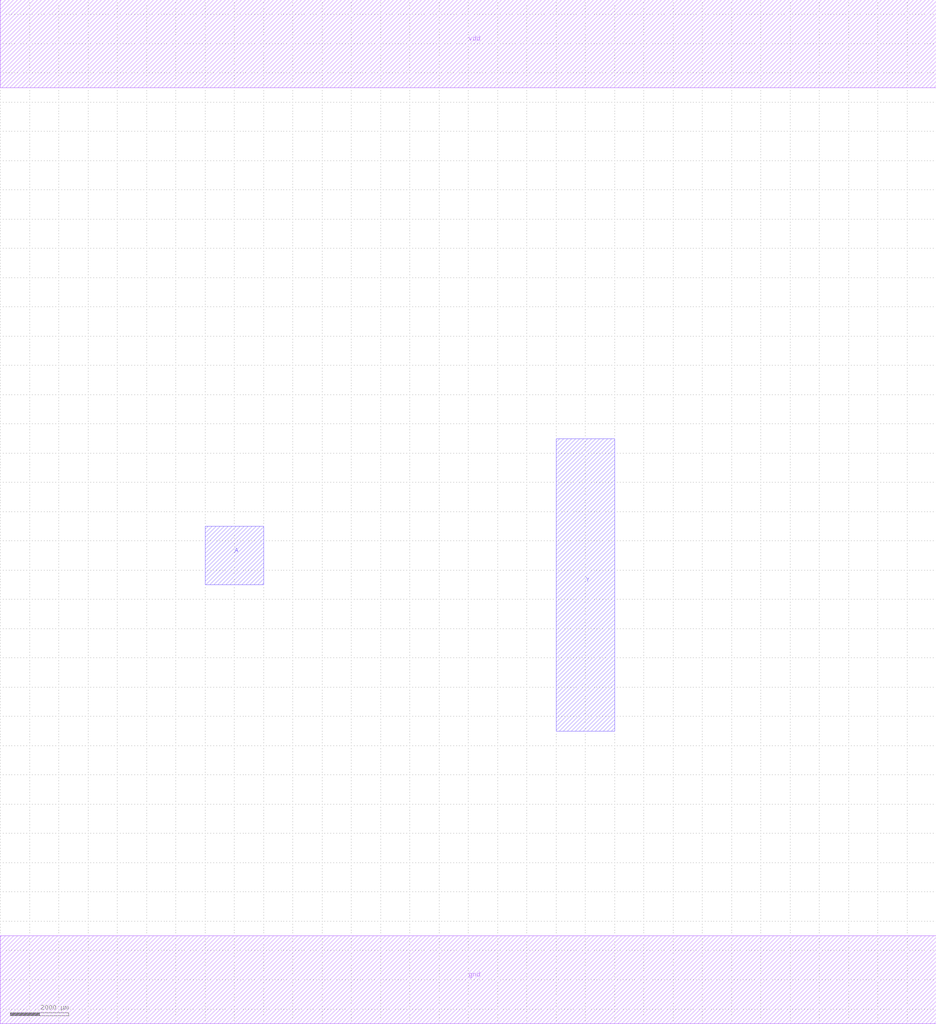
<source format=lef>
MACRO BUFX4
 CLASS CORE ;
 ORIGIN 0 0 ;
 FOREIGN BUFX4 0 0 ;
 SITE CORE ;
 SYMMETRY X Y R90 ;
  PIN vdd
   DIRECTION INOUT ;
   USE SIGNAL ;
   SHAPE ABUTMENT ;
    PORT
     CLASS CORE ;
       LAYER metal1 ;
        RECT 0.00000000 30500.00000000 32000.00000000 33500.00000000 ;
    END
  END vdd

  PIN gnd
   DIRECTION INOUT ;
   USE SIGNAL ;
   SHAPE ABUTMENT ;
    PORT
     CLASS CORE ;
       LAYER metal1 ;
        RECT 0.00000000 -1500.00000000 32000.00000000 1500.00000000 ;
    END
  END gnd

  PIN A
   DIRECTION INOUT ;
   USE SIGNAL ;
   SHAPE ABUTMENT ;
    PORT
     CLASS CORE ;
       LAYER metal2 ;
        RECT 7000.00000000 13500.00000000 9000.00000000 15500.00000000 ;
    END
  END A

  PIN Y
   DIRECTION INOUT ;
   USE SIGNAL ;
   SHAPE ABUTMENT ;
    PORT
     CLASS CORE ;
       LAYER metal2 ;
        RECT 19000.00000000 8500.00000000 21000.00000000 18500.00000000 ;
    END
  END Y


END BUFX4

</source>
